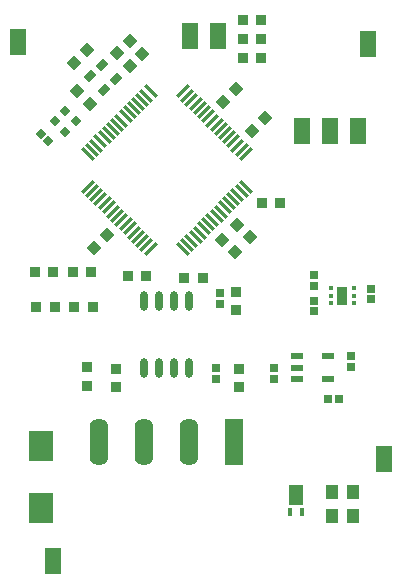
<source format=gbr>
%TF.GenerationSoftware,Altium Limited,Altium Designer,19.1.5 (86)*%
G04 Layer_Color=8421504*
%FSLAX26Y26*%
%MOIN*%
%TF.FileFunction,Paste,Top*%
%TF.Part,Single*%
G01*
G75*
%TA.AperFunction,SMDPad,CuDef*%
G04:AMPARAMS|DCode=10|XSize=11.811mil|YSize=55.118mil|CornerRadius=0mil|HoleSize=0mil|Usage=FLASHONLY|Rotation=135.000|XOffset=0mil|YOffset=0mil|HoleType=Round|Shape=Rectangle|*
%AMROTATEDRECTD10*
4,1,4,0.023663,0.015311,-0.015311,-0.023663,-0.023663,-0.015311,0.015311,0.023663,0.023663,0.015311,0.0*
%
%ADD10ROTATEDRECTD10*%

G04:AMPARAMS|DCode=11|XSize=11.811mil|YSize=55.118mil|CornerRadius=0mil|HoleSize=0mil|Usage=FLASHONLY|Rotation=225.000|XOffset=0mil|YOffset=0mil|HoleType=Round|Shape=Rectangle|*
%AMROTATEDRECTD11*
4,1,4,-0.015311,0.023663,0.023663,-0.015311,0.015311,-0.023663,-0.023663,0.015311,-0.015311,0.023663,0.0*
%
%ADD11ROTATEDRECTD11*%

%ADD12P,0.038974X4X90.0*%
G04:AMPARAMS|DCode=13|XSize=33.465mil|YSize=25.591mil|CornerRadius=0mil|HoleSize=0mil|Usage=FLASHONLY|Rotation=45.000|XOffset=0mil|YOffset=0mil|HoleType=Round|Shape=Rectangle|*
%AMROTATEDRECTD13*
4,1,4,-0.002784,-0.020879,-0.020879,-0.002784,0.002784,0.020879,0.020879,0.002784,-0.002784,-0.020879,0.0*
%
%ADD13ROTATEDRECTD13*%

%ADD14R,0.017716X0.011811*%
%ADD15R,0.035039X0.062992*%
%ADD16R,0.043307X0.023622*%
%ADD17O,0.025591X0.064961*%
%ADD18R,0.055118X0.086614*%
%ADD19R,0.078740X0.098425*%
%ADD20R,0.033465X0.035433*%
%ADD21R,0.035433X0.033465*%
G04:AMPARAMS|DCode=22|XSize=35.433mil|YSize=33.465mil|CornerRadius=0mil|HoleSize=0mil|Usage=FLASHONLY|Rotation=45.000|XOffset=0mil|YOffset=0mil|HoleType=Round|Shape=Rectangle|*
%AMROTATEDRECTD22*
4,1,4,-0.000696,-0.024359,-0.024359,-0.000696,0.000696,0.024359,0.024359,0.000696,-0.000696,-0.024359,0.0*
%
%ADD22ROTATEDRECTD22*%

%ADD23R,0.015748X0.025591*%
%ADD24R,0.049213X0.070866*%
%ADD25O,0.062992X0.157480*%
%ADD26R,0.062992X0.157480*%
%ADD27P,0.035634X4X270.0*%
%ADD28R,0.025197X0.025197*%
%ADD29R,0.025197X0.025197*%
%ADD30R,0.041339X0.051181*%
G04:AMPARAMS|DCode=31|XSize=35.433mil|YSize=33.465mil|CornerRadius=0mil|HoleSize=0mil|Usage=FLASHONLY|Rotation=315.000|XOffset=0mil|YOffset=0mil|HoleType=Round|Shape=Rectangle|*
%AMROTATEDRECTD31*
4,1,4,-0.024359,0.000696,-0.000696,0.024359,0.024359,-0.000696,0.000696,-0.024359,-0.024359,0.000696,0.0*
%
%ADD31ROTATEDRECTD31*%

D10*
X2295549Y1249322D02*
D03*
X2281630Y1263242D02*
D03*
X2267711Y1277161D02*
D03*
X2253791Y1291080D02*
D03*
X2239872Y1305000D02*
D03*
X2225952Y1318919D02*
D03*
X2212033Y1332839D02*
D03*
X2198113Y1346758D02*
D03*
X2184194Y1360678D02*
D03*
X2170275Y1374597D02*
D03*
X2156355Y1388516D02*
D03*
X2142436Y1402436D02*
D03*
X2128516Y1416355D02*
D03*
X2114597Y1430275D02*
D03*
X2100677Y1444194D02*
D03*
X2086758Y1458113D02*
D03*
X2404121Y1775476D02*
D03*
X2418040Y1761557D02*
D03*
X2431960Y1747638D02*
D03*
X2445879Y1733718D02*
D03*
X2459799Y1719799D02*
D03*
X2473718Y1705879D02*
D03*
X2487637Y1691960D02*
D03*
X2501557Y1678040D02*
D03*
X2515476Y1664121D02*
D03*
X2529396Y1650201D02*
D03*
X2543315Y1636282D02*
D03*
X2557235Y1622363D02*
D03*
X2571154Y1608443D02*
D03*
X2585073Y1594524D02*
D03*
X2598993Y1580604D02*
D03*
X2612912Y1566685D02*
D03*
D11*
X2086758D02*
D03*
X2100677Y1580604D02*
D03*
X2114597Y1594524D02*
D03*
X2128516Y1608443D02*
D03*
X2142436Y1622363D02*
D03*
X2156355Y1636282D02*
D03*
X2170275Y1650201D02*
D03*
X2184194Y1664121D02*
D03*
X2198113Y1678040D02*
D03*
X2212033Y1691960D02*
D03*
X2225952Y1705879D02*
D03*
X2239872Y1719799D02*
D03*
X2253791Y1733718D02*
D03*
X2267711Y1747638D02*
D03*
X2281630Y1761557D02*
D03*
X2295549Y1775476D02*
D03*
X2612912Y1458113D02*
D03*
X2598993Y1444194D02*
D03*
X2585073Y1430275D02*
D03*
X2571154Y1416355D02*
D03*
X2557235Y1402436D02*
D03*
X2543315Y1388516D02*
D03*
X2529396Y1374597D02*
D03*
X2515476Y1360678D02*
D03*
X2501557Y1346758D02*
D03*
X2487637Y1332839D02*
D03*
X2473718Y1318919D02*
D03*
X2459799Y1305000D02*
D03*
X2445879Y1291080D02*
D03*
X2431960Y1277161D02*
D03*
X2418040Y1263242D02*
D03*
X2404121Y1249322D02*
D03*
D12*
X2046538Y1676441D02*
D03*
X2011739Y1641642D02*
D03*
Y1711239D02*
D03*
X1976941Y1676441D02*
D03*
D13*
X2095182Y1825617D02*
D03*
X2132765Y1863199D02*
D03*
X2141116Y1779682D02*
D03*
X2178699Y1817265D02*
D03*
D14*
X2896299Y1120591D02*
D03*
Y1095000D02*
D03*
Y1069409D02*
D03*
X2973071Y1120591D02*
D03*
Y1095000D02*
D03*
Y1069409D02*
D03*
D15*
X2934685Y1095000D02*
D03*
D16*
X2887362Y892402D02*
D03*
Y817598D02*
D03*
X2785000D02*
D03*
Y855000D02*
D03*
Y892402D02*
D03*
D17*
X2275000Y853780D02*
D03*
X2325000D02*
D03*
X2375000D02*
D03*
X2425000D02*
D03*
X2275000Y1076220D02*
D03*
X2325000D02*
D03*
X2375000D02*
D03*
X2425000D02*
D03*
D18*
X3075000Y550000D02*
D03*
X3020000Y1932638D02*
D03*
X1970000Y210000D02*
D03*
X1853185Y1941441D02*
D03*
X2986486Y1643425D02*
D03*
X2893347Y1643944D02*
D03*
X2800000Y1642929D02*
D03*
X2425669Y1960581D02*
D03*
X2520000D02*
D03*
D19*
X1930000Y385669D02*
D03*
Y594331D02*
D03*
D20*
X2663937Y1887271D02*
D03*
X2602913D02*
D03*
X2665370Y1405000D02*
D03*
X2726394D02*
D03*
X2281849Y1160000D02*
D03*
X2220825D02*
D03*
X2408408Y1155000D02*
D03*
X2469431D02*
D03*
X1908976Y1173347D02*
D03*
X1970000D02*
D03*
X1914488Y1058347D02*
D03*
X1975512D02*
D03*
X2602913Y2015000D02*
D03*
X2663937D02*
D03*
X2602913Y1950000D02*
D03*
X2663937D02*
D03*
X2097480Y1173347D02*
D03*
X2036457D02*
D03*
X2102480Y1058347D02*
D03*
X2041457D02*
D03*
D21*
X2590000Y850512D02*
D03*
Y789488D02*
D03*
X2180000D02*
D03*
Y850512D02*
D03*
X2085000Y794488D02*
D03*
Y855512D02*
D03*
X2580000Y1106732D02*
D03*
Y1045709D02*
D03*
D22*
X2533425Y1281575D02*
D03*
X2576575Y1238425D02*
D03*
X2225365Y1943016D02*
D03*
X2268516Y1899866D02*
D03*
X2626575Y1288425D02*
D03*
X2583425Y1331575D02*
D03*
X2050365Y1778016D02*
D03*
X2093516Y1734866D02*
D03*
X2183278Y1903016D02*
D03*
X2226428Y1859866D02*
D03*
D23*
X2760315Y374567D02*
D03*
X2799685D02*
D03*
D24*
X2780000Y429685D02*
D03*
D25*
X2125000Y605118D02*
D03*
X2275000D02*
D03*
X2425000D02*
D03*
D26*
X2575000D02*
D03*
D27*
X1954746Y1608635D02*
D03*
X1929135Y1634246D02*
D03*
D28*
X2839685Y1163110D02*
D03*
Y1126890D02*
D03*
Y1041890D02*
D03*
Y1078110D02*
D03*
X3029685Y1081890D02*
D03*
Y1118110D02*
D03*
X2965000Y856890D02*
D03*
Y893110D02*
D03*
X2705354Y853110D02*
D03*
Y816890D02*
D03*
X2515000Y816890D02*
D03*
Y853110D02*
D03*
X2525640Y1066428D02*
D03*
Y1102649D02*
D03*
D29*
X2923110Y750000D02*
D03*
X2886890D02*
D03*
D30*
X2900551Y360000D02*
D03*
X2969449D02*
D03*
X2900551Y440000D02*
D03*
X2969449D02*
D03*
D31*
X2579506Y1783150D02*
D03*
X2536356Y1740000D02*
D03*
X2676575Y1686575D02*
D03*
X2633425Y1643425D02*
D03*
X2106850Y1254890D02*
D03*
X2150000Y1298040D02*
D03*
X2040366Y1869866D02*
D03*
X2083516Y1913016D02*
D03*
%TF.MD5,424c34b3f229ec7b21ff543bc21e86f6*%
M02*

</source>
